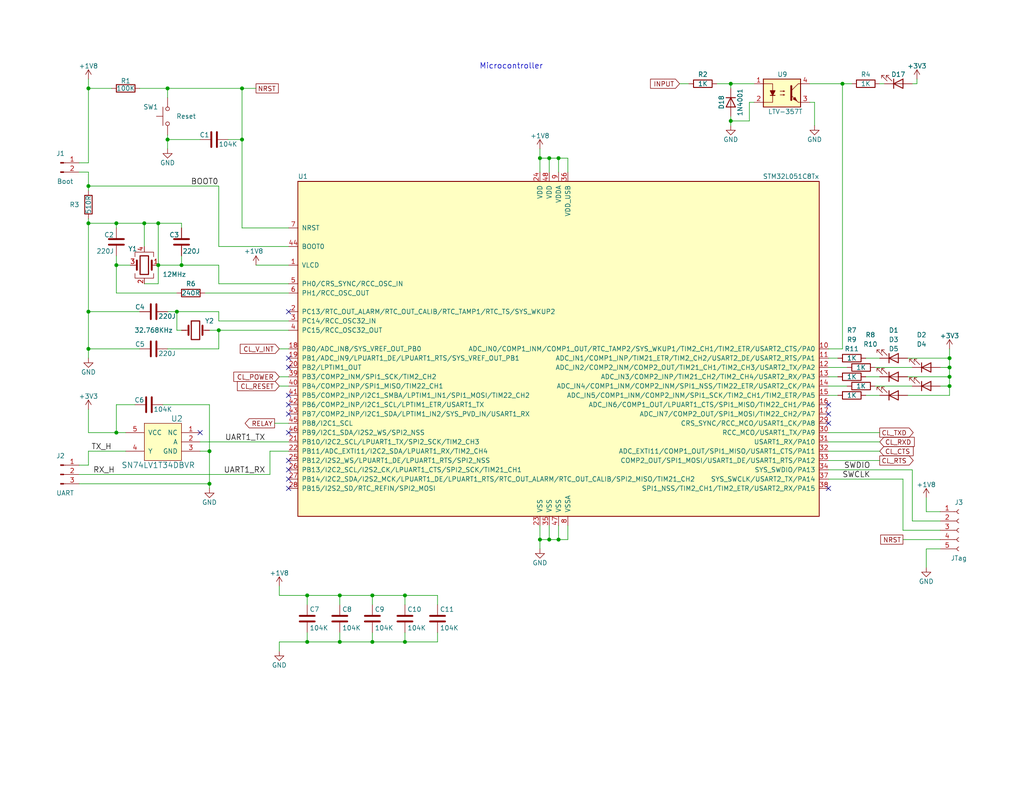
<source format=kicad_sch>
(kicad_sch (version 20211123) (generator eeschema)
  (paper "USLetter")
  (title_block (title "EISScube v.3.0 LTE") (date "2018-03-15") (rev "1.0") (company "IPKeys Technologies, LLC") (comment 1 "Yuriy Kozhynov (ykozhynov@ipkeys.com)"))
  (lib_symbols
    (symbol "Device:C" (pin_numbers hide) (pin_names (offset 0.254))
      (property "Reference" "C" (at 0.635 2.54 0))
      (property "Value" "C" (at 0.635 -2.54 0))
      (symbol "C_0_1"
        (polyline (pts (xy -2.032 -0.762) (xy 2.032 -0.762)) (stroke (width 0.508)))
        (polyline (pts (xy -2.032 0.762) (xy 2.032 0.762)) (stroke (width 0.508)))
      )
      (symbol "C_1_1"
        (pin passive line (at 0 3.81 270) (length 2.794) (name "~") (number "1"))
        (pin passive line (at 0 -3.81 90) (length 2.794) (name "~") (number "2"))
      )
    )
    (symbol "Device:Crystal" (pin_numbers hide) (pin_names (offset 1.016) hide)
      (property "Reference" "Y" (at 0 3.81 0))
      (property "Value" "Crystal" (at 0 -3.81 0))
      (symbol "Crystal_0_1"
        (rectangle (start -1.143 2.54) (end 1.143 -2.54) (stroke (width 0.3048)))
        (polyline (pts (xy -2.54 0) (xy -1.905 0)))
        (polyline (pts (xy -1.905 -1.27) (xy -1.905 1.27)) (stroke (width 0.508)))
        (polyline (pts (xy 1.905 -1.27) (xy 1.905 1.27)) (stroke (width 0.508)))
        (polyline (pts (xy 2.54 0) (xy 1.905 0)))
      )
      (symbol "Crystal_1_1"
        (pin passive line (at -3.81 0 0) (length 1.27) (name "1") (number "1"))
        (pin passive line (at 3.81 0 180) (length 1.27) (name "2") (number "2"))
      )
    )
    (symbol "Device:Crystal_GND24" (pin_names (offset 1.016) hide)
      (property "Reference" "Y" (at 3.175 5.08 0))
      (property "Value" "Crystal_GND24" (at 3.175 3.175 0))
      (symbol "Crystal_GND24_0_1"
        (rectangle (start -1.143 2.54) (end 1.143 -2.54) (stroke (width 0.3048)))
        (polyline (pts (xy -2.54 0) (xy -2.032 0)))
        (polyline (pts (xy -2.032 -1.27) (xy -2.032 1.27)) (stroke (width 0.508)))
        (polyline (pts (xy 0 -3.81) (xy 0 -3.556)))
        (polyline (pts (xy 0 3.556) (xy 0 3.81)))
        (polyline (pts (xy 2.032 -1.27) (xy 2.032 1.27)) (stroke (width 0.508)))
        (polyline (pts (xy 2.032 0) (xy 2.54 0)))
        (polyline (pts (xy -2.54 -2.286) (xy -2.54 -3.556) (xy 2.54 -3.556) (xy 2.54 -2.286)))
        (polyline (pts (xy -2.54 2.286) (xy -2.54 3.556) (xy 2.54 3.556) (xy 2.54 2.286)))
      )
      (symbol "Crystal_GND24_1_1"
        (pin passive line (at -3.81 0 0) (length 1.27) (name "1") (number "1"))
        (pin passive line (at 0 5.08 270) (length 1.27) (name "2") (number "2"))
        (pin passive line (at 3.81 0 180) (length 1.27) (name "3") (number "3"))
        (pin passive line (at 0 -5.08 90) (length 1.27) (name "4") (number "4"))
      )
    )
    (symbol "Device:LED" (pin_numbers hide) (pin_names (offset 1.016) hide)
      (property "Reference" "D" (at 0 2.54 0))
      (property "Value" "LED" (at 0 -2.54 0))
      (symbol "LED_0_1"
        (polyline (pts (xy -1.27 -1.27) (xy -1.27 1.27)) (stroke (width 0.254)))
        (polyline (pts (xy -1.27 0) (xy 1.27 0)))
        (polyline (pts (xy 1.27 -1.27) (xy 1.27 1.27) (xy -1.27 0) (xy 1.27 -1.27)) (stroke (width 0.254)))
        (polyline (pts (xy -3.048 -0.762) (xy -4.572 -2.286) (xy -3.81 -2.286) (xy -4.572 -2.286) (xy -4.572 -1.524)))
        (polyline (pts (xy -1.778 -0.762) (xy -3.302 -2.286) (xy -2.54 -2.286) (xy -3.302 -2.286) (xy -3.302 -1.524)))
      )
      (symbol "LED_1_1"
        (pin passive line (at -3.81 0 0) (length 2.54) (name "K") (number "1"))
        (pin passive line (at 3.81 0 180) (length 2.54) (name "A") (number "2"))
      )
    )
    (symbol "Device:R" (pin_numbers hide) (pin_names (offset 0))
      (property "Reference" "R" (at 2.032 0 90))
      (property "Value" "R" (at 0 0 90))
      (symbol "R_0_1"
        (rectangle (start -1.016 -2.54) (end 1.016 2.54) (stroke (width 0.254)))
      )
      (symbol "R_1_1"
        (pin passive line (at 0 3.81 270) (length 1.27) (name "~") (number "1"))
        (pin passive line (at 0 -3.81 90) (length 1.27) (name "~") (number "2"))
      )
    )
    (symbol "Diode:1N4001" (pin_numbers hide) (pin_names (offset 1.016) hide)
      (property "Reference" "D" (at 0 2.54 0))
      (property "Value" "1N4001" (at 0 -2.54 0))
      (symbol "1N4001_0_1"
        (polyline (pts (xy -1.27 1.27) (xy -1.27 -1.27)) (stroke (width 0.254)))
        (polyline (pts (xy 1.27 0) (xy -1.27 0)))
        (polyline (pts (xy 1.27 1.27) (xy 1.27 -1.27) (xy -1.27 0) (xy 1.27 1.27)) (stroke (width 0.254)))
      )
      (symbol "1N4001_1_1"
        (pin passive line (at -3.81 0 0) (length 2.54) (name "K") (number "1"))
        (pin passive line (at 3.81 0 180) (length 2.54) (name "A") (number "2"))
      )
    )
    (symbol "EISScube-v3.0-LTE-rescue:+3.3V-power" (power) (pin_names (offset 0))
      (property "Value" "+3.3V-power" (at 0 3.556 0))
      (symbol "+3.3V-power_0_1"
        (polyline (pts (xy -0.762 1.27) (xy 0 2.54)))
        (polyline (pts (xy 0 0) (xy 0 2.54)))
        (polyline (pts (xy 0 2.54) (xy 0.762 1.27)))
      )
      (symbol "+3.3V-power_1_1"
        (pin power_in line (at 0 0 90) (length 0) hide (name "+3V3") (number "1"))
      )
    )
    (symbol "EISScube-v3.0-LTE-rescue:Conn_01x02_Male-conn" (pin_names (offset 1.016) hide)
      (property "Reference" "J" (at 0 2.54 0))
      (property "Value" "EISScube-v3.0-LTE-rescue_Conn_01x02_Male-conn" (at 0 -5.08 0))
      (symbol "Conn_01x02_Male-conn_1_1"
        (polyline (pts (xy 1.27 -2.54) (xy 0.8636 -2.54)) (stroke (width 0.1524)))
        (polyline (pts (xy 1.27 0) (xy 0.8636 0)) (stroke (width 0.1524)))
        (rectangle (start 0.8636 -2.413) (end 0 -2.667) (stroke (width 0.1524)) (fill (type outline)))
        (rectangle (start 0.8636 0.127) (end 0 -0.127) (stroke (width 0.1524)) (fill (type outline)))
        (pin passive line (at 5.08 0 180) (length 3.81) (name "Pin_1") (number "1"))
        (pin passive line (at 5.08 -2.54 180) (length 3.81) (name "Pin_2") (number "2"))
      )
    )
    (symbol "EISScube-v3.0-LTE-rescue:Conn_01x03_Male-conn" (pin_names (offset 1.016) hide)
      (property "Reference" "J" (at 0 5.08 0))
      (property "Value" "EISScube-v3.0-LTE-rescue_Conn_01x03_Male-conn" (at 0 -5.08 0))
      (symbol "Conn_01x03_Male-conn_1_1"
        (polyline (pts (xy 1.27 -2.54) (xy 0.8636 -2.54)) (stroke (width 0.1524)))
        (polyline (pts (xy 1.27 0) (xy 0.8636 0)) (stroke (width 0.1524)))
        (polyline (pts (xy 1.27 2.54) (xy 0.8636 2.54)) (stroke (width 0.1524)))
        (rectangle (start 0.8636 -2.413) (end 0 -2.667) (stroke (width 0.1524)) (fill (type outline)))
        (rectangle (start 0.8636 0.127) (end 0 -0.127) (stroke (width 0.1524)) (fill (type outline)))
        (rectangle (start 0.8636 2.667) (end 0 2.413) (stroke (width 0.1524)) (fill (type outline)))
        (pin passive line (at 5.08 2.54 180) (length 3.81) (name "Pin_1") (number "1"))
        (pin passive line (at 5.08 0 180) (length 3.81) (name "Pin_2") (number "2"))
        (pin passive line (at 5.08 -2.54 180) (length 3.81) (name "Pin_3") (number "3"))
      )
    )
    (symbol "EISScube-v3.0-LTE-rescue:Conn_01x05_Female-conn" (pin_names (offset 1.016) hide)
      (property "Reference" "J" (at 0 7.62 0))
      (property "Value" "EISScube-v3.0-LTE-rescue_Conn_01x05_Female-conn" (at 0 -7.62 0))
      (symbol "Conn_01x05_Female-conn_1_1"
        (arc (start 0 -4.572) (mid -0.508 -5.08) (end 0 -5.588) (stroke (width 0.1524)))
        (arc (start 0 -2.032) (mid -0.508 -2.54) (end 0 -3.048) (stroke (width 0.1524)))
        (polyline (pts (xy -1.27 -5.08) (xy -0.508 -5.08)) (stroke (width 0.1524)))
        (polyline (pts (xy -1.27 -2.54) (xy -0.508 -2.54)) (stroke (width 0.1524)))
        (polyline (pts (xy -1.27 0) (xy -0.508 0)) (stroke (width 0.1524)))
        (polyline (pts (xy -1.27 2.54) (xy -0.508 2.54)) (stroke (width 0.1524)))
        (polyline (pts (xy -1.27 5.08) (xy -0.508 5.08)) (stroke (width 0.1524)))
        (arc (start 0 0.508) (mid -0.508 0) (end 0 -0.508) (stroke (width 0.1524)))
        (arc (start 0 3.048) (mid -0.508 2.54) (end 0 2.032) (stroke (width 0.1524)))
        (arc (start 0 5.588) (mid -0.508 5.08) (end 0 4.572) (stroke (width 0.1524)))
        (pin passive line (at -5.08 5.08 0) (length 3.81) (name "Pin_1") (number "1"))
        (pin passive line (at -5.08 2.54 0) (length 3.81) (name "Pin_2") (number "2"))
        (pin passive line (at -5.08 0 0) (length 3.81) (name "Pin_3") (number "3"))
        (pin passive line (at -5.08 -2.54 0) (length 3.81) (name "Pin_4") (number "4"))
        (pin passive line (at -5.08 -5.08 0) (length 3.81) (name "Pin_5") (number "5"))
      )
    )
    (symbol "EISScube-v3.0-LTE-rescue:LTV-357T-opto" (pin_names (offset 1.016))
      (property "Reference" "U" (at -5.334 4.826 0))
      (property "Value" "EISScube-v3.0-LTE-rescue_LTV-357T-opto" (at 0 5.08 0))
      (symbol "LTV-357T-opto_0_1"
        (rectangle (start -5.08 3.81) (end 5.08 -3.81) (stroke (width 0.254)) (fill (type background)))
        (polyline (pts (xy -3.175 -0.635) (xy -1.905 -0.635)) (stroke (width 0.254)))
        (polyline (pts (xy 2.54 0.635) (xy 4.445 2.54)))
        (polyline (pts (xy 4.445 -2.54) (xy 2.54 -0.635)) (fill (type outline)))
        (polyline (pts (xy 4.445 -2.54) (xy 5.08 -2.54)))
        (polyline (pts (xy 4.445 2.54) (xy 5.08 2.54)))
        (polyline (pts (xy -5.08 2.54) (xy -2.54 2.54) (xy -2.54 0.635)))
        (polyline (pts (xy -2.54 -0.635) (xy -2.54 -2.54) (xy -5.08 -2.54)))
        (polyline (pts (xy 2.54 1.905) (xy 2.54 -1.905) (xy 2.54 -1.905)) (stroke (width 0.508)))
        (polyline (pts (xy -2.54 -0.635) (xy -3.175 0.635) (xy -1.905 0.635) (xy -2.54 -0.635)) (stroke (width 0.254)) (fill (type outline)))
        (polyline (pts (xy -0.508 -0.508) (xy 0.762 -0.508) (xy 0.381 -0.635) (xy 0.381 -0.381) (xy 0.762 -0.508)))
        (polyline (pts (xy -0.508 0.508) (xy 0.762 0.508) (xy 0.381 0.381) (xy 0.381 0.635) (xy 0.762 0.508)))
        (polyline (pts (xy 3.048 -1.651) (xy 3.556 -1.143) (xy 4.064 -2.159) (xy 3.048 -1.651) (xy 3.048 -1.651)) (fill (type outline)))
      )
      (symbol "LTV-357T-opto_1_1"
        (pin passive line (at -7.62 2.54 0) (length 2.54) (name "~") (number "1"))
        (pin passive line (at -7.62 -2.54 0) (length 2.54) (name "~") (number "2"))
        (pin passive line (at 7.62 -2.54 180) (length 2.54) (name "~") (number "3"))
        (pin passive line (at 7.62 2.54 180) (length 2.54) (name "~") (number "4"))
      )
    )
    (symbol "EISScube-v3.0-LTE-rescue:STM32L051C8Tx-MCU_ST_STM32" (pin_names (offset 1.016))
      (property "Reference" "U" (at -71.12 46.355 0))
      (property "Value" "EISScube-v3.0-LTE-rescue_STM32L051C8Tx-MCU_ST_STM32" (at 71.12 46.355 0))
      (symbol "STM32L051C8Tx-MCU_ST_STM32_0_1"
        (rectangle (start -71.12 -45.72) (end 71.12 45.72) (stroke (width 0.254)) (fill (type background)))
      )
      (symbol "STM32L051C8Tx-MCU_ST_STM32_1_1"
        (pin power_in line (at -73.66 22.86 0) (length 2.54) (name "VLCD") (number "1"))
        (pin bidirectional line (at 73.66 0 180) (length 2.54) (name "ADC_IN0/COMP1_INM/COMP1_OUT/RTC_TAMP2/SYS_WKUP1/TIM2_CH1/TIM2_ETR/USART2_CTS/PA0") (number "10"))
        (pin bidirectional line (at 73.66 -2.54 180) (length 2.54) (name "ADC_IN1/COMP1_INP/TIM21_ETR/TIM2_CH2/USART2_DE/USART2_RTS/PA1") (number "11"))
        (pin bidirectional line (at 73.66 -5.08 180) (length 2.54) (name "ADC_IN2/COMP2_INM/COMP2_OUT/TIM21_CH1/TIM2_CH3/USART2_TX/PA2") (number "12"))
        (pin bidirectional line (at 73.66 -7.62 180) (length 2.54) (name "ADC_IN3/COMP2_INP/TIM21_CH2/TIM2_CH4/USART2_RX/PA3") (number "13"))
        (pin bidirectional line (at 73.66 -10.16 180) (length 2.54) (name "ADC_IN4/COMP1_INM/COMP2_INM/SPI1_NSS/TIM22_ETR/USART2_CK/PA4") (number "14"))
        (pin bidirectional line (at 73.66 -12.7 180) (length 2.54) (name "ADC_IN5/COMP1_INM/COMP2_INM/SPI1_SCK/TIM2_CH1/TIM2_ETR/PA5") (number "15"))
        (pin bidirectional line (at 73.66 -15.24 180) (length 2.54) (name "ADC_IN6/COMP1_OUT/LPUART1_CTS/SPI1_MISO/TIM22_CH1/PA6") (number "16"))
        (pin bidirectional line (at 73.66 -17.78 180) (length 2.54) (name "ADC_IN7/COMP2_OUT/SPI1_MOSI/TIM22_CH2/PA7") (number "17"))
        (pin bidirectional line (at -73.66 0 0) (length 2.54) (name "PB0/ADC_IN8/SYS_VREF_OUT_PB0") (number "18"))
        (pin bidirectional line (at -73.66 -2.54 0) (length 2.54) (name "PB1/ADC_IN9/LPUART1_DE/LPUART1_RTS/SYS_VREF_OUT_PB1") (number "19"))
        (pin bidirectional line (at -73.66 10.16 0) (length 2.54) (name "PC13/RTC_OUT_ALARM/RTC_OUT_CALIB/RTC_TAMP1/RTC_TS/SYS_WKUP2") (number "2"))
        (pin bidirectional line (at -73.66 -5.08 0) (length 2.54) (name "PB2/LPTIM1_OUT") (number "20"))
        (pin bidirectional line (at -73.66 -25.4 0) (length 2.54) (name "PB10/I2C2_SCL/LPUART1_TX/SPI2_SCK/TIM2_CH3") (number "21"))
        (pin bidirectional line (at -73.66 -27.94 0) (length 2.54) (name "PB11/ADC_EXTI11/I2C2_SDA/LPUART1_RX/TIM2_CH4") (number "22"))
        (pin power_in line (at -5.08 -48.26 90) (length 2.54) (name "VSS") (number "23"))
        (pin power_in line (at -5.08 48.26 270) (length 2.54) (name "VDD") (number "24"))
        (pin bidirectional line (at -73.66 -30.48 0) (length 2.54) (name "PB12/I2S2_WS/LPUART1_DE/LPUART1_RTS/SPI2_NSS") (number "25"))
        (pin bidirectional line (at -73.66 -33.02 0) (length 2.54) (name "PB13/I2C2_SCL/I2S2_CK/LPUART1_CTS/SPI2_SCK/TIM21_CH1") (number "26"))
        (pin bidirectional line (at -73.66 -35.56 0) (length 2.54) (name "PB14/I2C2_SDA/I2S2_MCK/LPUART1_DE/LPUART1_RTS/RTC_OUT_ALARM/RTC_OUT_CALIB/SPI2_MISO/TIM21_CH2") (number "27"))
        (pin bidirectional line (at -73.66 -38.1 0) (length 2.54) (name "PB15/I2S2_SD/RTC_REFIN/SPI2_MOSI") (number "28"))
        (pin bidirectional line (at 73.66 -20.32 180) (length 2.54) (name "CRS_SYNC/RCC_MCO/USART1_CK/PA8") (number "29"))
        (pin bidirectional line (at -73.66 7.62 0) (length 2.54) (name "PC14/RCC_OSC32_IN") (number "3"))
        (pin bidirectional line (at 73.66 -22.86 180) (length 2.54) (name "RCC_MCO/USART1_TX/PA9") (number "30"))
        (pin bidirectional line (at 73.66 -25.4 180) (length 2.54) (name "USART1_RX/PA10") (number "31"))
        (pin bidirectional line (at 73.66 -27.94 180) (length 2.54) (name "ADC_EXTI11/COMP1_OUT/SPI1_MISO/USART1_CTS/PA11") (number "32"))
        (pin bidirectional line (at 73.66 -30.48 180) (length 2.54) (name "COMP2_OUT/SPI1_MOSI/USART1_DE/USART1_RTS/PA12") (number "33"))
        (pin bidirectional line (at 73.66 -33.02 180) (length 2.54) (name "SYS_SWDIO/PA13") (number "34"))
        (pin power_in line (at -2.54 -48.26 90) (length 2.54) (name "VSS") (number "35"))
        (pin power_in line (at 2.54 48.26 270) (length 2.54) (name "VDD_USB") (number "36"))
        (pin bidirectional line (at 73.66 -35.56 180) (length 2.54) (name "SYS_SWCLK/USART2_TX/PA14") (number "37"))
        (pin bidirectional line (at 73.66 -38.1 180) (length 2.54) (name "SPI1_NSS/TIM2_CH1/TIM2_ETR/USART2_RX/PA15") (number "38"))
        (pin bidirectional line (at -73.66 -7.62 0) (length 2.54) (name "PB3/COMP2_INM/SPI1_SCK/TIM2_CH2") (number "39"))
        (pin bidirectional line (at -73.66 5.08 0) (length 2.54) (name "PC15/RCC_OSC32_OUT") (number "4"))
        (pin bidirectional line (at -73.66 -10.16 0) (length 2.54) (name "PB4/COMP2_INP/SPI1_MISO/TIM22_CH1") (number "40"))
        (pin bidirectional line (at -73.66 -12.7 0) (length 2.54) (name "PB5/COMP2_INP/I2C1_SMBA/LPTIM1_IN1/SPI1_MOSI/TIM22_CH2") (number "41"))
        (pin bidirectional line (at -73.66 -15.24 0) (length 2.54) (name "PB6/COMP2_INP/I2C1_SCL/LPTIM1_ETR/USART1_TX") (number "42"))
        (pin bidirectional line (at -73.66 -17.78 0) (length 2.54) (name "PB7/COMP2_INP/I2C1_SDA/LPTIM1_IN2/SYS_PVD_IN/USART1_RX") (number "43"))
        (pin input line (at -73.66 27.94 0) (length 2.54) (name "BOOT0") (number "44"))
        (pin bidirectional line (at -73.66 -20.32 0) (length 2.54) (name "PB8/I2C1_SCL") (number "45"))
        (pin bidirectional line (at -73.66 -22.86 0) (length 2.54) (name "PB9/I2C1_SDA/I2S2_WS/SPI2_NSS") (number "46"))
        (pin power_in line (at 0 -48.26 90) (length 2.54) (name "VSS") (number "47"))
        (pin power_in line (at -2.54 48.26 270) (length 2.54) (name "VDD") (number "48"))
        (pin input line (at -73.66 17.78 0) (length 2.54) (name "PH0/CRS_SYNC/RCC_OSC_IN") (number "5"))
        (pin input line (at -73.66 15.24 0) (length 2.54) (name "PH1/RCC_OSC_OUT") (number "6"))
        (pin input line (at -73.66 33.02 0) (length 2.54) (name "NRST") (number "7"))
        (pin power_in line (at 2.54 -48.26 90) (length 2.54) (name "VSSA") (number "8"))
        (pin power_in line (at 0 48.26 270) (length 2.54) (name "VDDA") (number "9"))
      )
    )
    (symbol "EISScube_LTE:SN74LV1T34DBVR" (pin_names (offset 1.016))
      (property "Reference" "U" (at -3.81 6.35 0))
      (property "Value" "SN74LV1T34DBVR" (at 1.27 -6.35 0))
      (symbol "SN74LV1T34DBVR_0_1"
        (rectangle (start -5.08 5.08) (end 5.08 -5.08) (fill (type background)))
      )
      (symbol "SN74LV1T34DBVR_1_1"
        (pin input line (at -10.16 2.54 0) (length 5.08) (name "NC") (number "1"))
        (pin input line (at -10.16 0 0) (length 5.08) (name "A") (number "2"))
        (pin input line (at -10.16 -2.54 0) (length 5.08) (name "GND") (number "3"))
        (pin input line (at 10.16 -2.54 180) (length 5.08) (name "Y") (number "4"))
        (pin input line (at 10.16 2.54 180) (length 5.08) (name "VCC") (number "5"))
      )
    )
    (symbol "Switch:SW_Push" (pin_numbers hide) (pin_names (offset 1.016) hide)
      (property "Reference" "SW" (at 1.27 2.54 0))
      (property "Value" "SW_Push" (at 0 -1.524 0))
      (symbol "SW_Push_0_1"
        (circle (center -2.032 0) (radius 0.508))
        (polyline (pts (xy 0 1.27) (xy 0 3.048)))
        (polyline (pts (xy 2.54 1.27) (xy -2.54 1.27)))
        (circle (center 2.032 0) (radius 0.508))
        (pin passive line (at -5.08 0 0) (length 2.54) (name "1") (number "1"))
        (pin passive line (at 5.08 0 180) (length 2.54) (name "2") (number "2"))
      )
    )
    (symbol "power:+1V8" (power) (pin_names (offset 0))
      (property "Value" "+1V8" (at 0 3.556 0))
      (symbol "+1V8_0_1"
        (polyline (pts (xy -0.762 1.27) (xy 0 2.54)))
        (polyline (pts (xy 0 0) (xy 0 2.54)))
        (polyline (pts (xy 0 2.54) (xy 0.762 1.27)))
      )
      (symbol "+1V8_1_1"
        (pin power_in line (at 0 0 90) (length 0) hide (name "+1V8") (number "1"))
      )
    )
    (symbol "power:GND" (power) (pin_names (offset 0))
      (property "Value" "GND" (at 0 -3.81 0))
      (symbol "GND_0_1"
        (polyline (pts (xy 0 0) (xy 0 -1.27) (xy 1.27 -1.27) (xy 0 -2.54) (xy -1.27 -1.27) (xy 0 -1.27)))
      )
      (symbol "GND_1_1"
        (pin power_in line (at 0 0 270) (length 0) hide (name "GND") (number "1"))
      )
    )
  )
  (junction (at 199.39 33.02))
  (junction (at 24.13 50.8))
  (junction (at 49.53 72.39))
  (junction (at 43.18 72.39))
  (junction (at 39.37 60.96))
  (junction (at 24.13 95.25))
  (junction (at 101.6 175.26))
  (junction (at 259.08 105.41))
  (junction (at 45.72 38.1))
  (junction (at 57.15 123.19))
  (junction (at 199.39 22.86))
  (junction (at 110.49 175.26))
  (junction (at 259.08 100.33))
  (junction (at 48.26 85.09))
  (junction (at 24.13 24.13))
  (junction (at 31.75 118.11))
  (junction (at 83.82 175.26))
  (junction (at 147.32 43.18))
  (junction (at 66.04 24.13))
  (junction (at 31.75 60.96))
  (junction (at 43.18 60.96))
  (junction (at 59.69 90.17))
  (junction (at 147.32 147.32))
  (junction (at 101.6 162.56))
  (junction (at 152.4 147.32))
  (junction (at 92.71 162.56))
  (junction (at 149.86 43.18))
  (junction (at 92.71 175.26))
  (junction (at 31.75 72.39))
  (junction (at 57.15 132.08))
  (junction (at 149.86 147.32))
  (junction (at 110.49 162.56))
  (junction (at 259.08 97.79))
  (junction (at 259.08 102.87))
  (junction (at 24.13 85.09))
  (junction (at 45.72 24.13))
  (junction (at 83.82 162.56))
  (junction (at 66.04 38.1))
  (junction (at 24.13 60.96))
  (junction (at 229.87 22.86))
  (junction (at 152.4 43.18))
  (no_connect (at 78.74 100.33))
  (no_connect (at 78.74 133.35))
  (no_connect (at 78.74 125.73))
  (no_connect (at 78.74 128.27))
  (no_connect (at 78.74 85.09))
  (no_connect (at 226.06 110.49))
  (no_connect (at 226.06 133.35))
  (no_connect (at 78.74 110.49))
  (no_connect (at 78.74 107.95))
  (no_connect (at 54.61 118.11))
  (no_connect (at 78.74 118.11))
  (no_connect (at 226.06 115.57))
  (no_connect (at 226.06 113.03))
  (no_connect (at 78.74 130.81))
  (no_connect (at 78.74 97.79))
  (no_connect (at 78.74 113.03))
  (wire (pts (xy 43.18 77.47) (xy 43.18 72.39)))
  (wire (pts (xy 24.13 95.25) (xy 38.1 95.25)))
  (wire (pts (xy 236.22 107.95) (xy 240.03 107.95)))
  (wire (pts (xy 149.86 43.18) (xy 152.4 43.18)))
  (wire (pts (xy 204.47 33.02) (xy 199.39 33.02)))
  (wire (pts (xy 248.92 142.24) (xy 248.92 128.27)))
  (wire (pts (xy 44.45 110.49) (xy 57.15 110.49)))
  (wire (pts (xy 59.69 67.31) (xy 59.69 50.8)))
  (wire (pts (xy 24.13 24.13) (xy 30.48 24.13)))
  (wire (pts (xy 35.56 72.39) (xy 31.75 72.39)))
  (wire (pts (xy 199.39 33.02) (xy 199.39 34.29)))
  (wire (pts (xy 57.15 132.08) (xy 57.15 133.35)))
  (wire (pts (xy 152.4 143.51) (xy 152.4 147.32)))
  (wire (pts (xy 248.92 22.86) (xy 250.19 22.86)))
  (wire (pts (xy 119.38 162.56) (xy 119.38 165.1)))
  (wire (pts (xy 21.59 127) (xy 24.13 127)))
  (wire (pts (xy 259.08 100.33) (xy 256.54 100.33)))
  (wire (pts (xy 78.74 105.41) (xy 76.2 105.41)))
  (wire (pts (xy 147.32 143.51) (xy 147.32 147.32)))
  (wire (pts (xy 110.49 162.56) (xy 110.49 165.1)))
  (wire (pts (xy 59.69 90.17) (xy 78.74 90.17)))
  (wire (pts (xy 229.87 22.86) (xy 232.41 22.86)))
  (wire (pts (xy 24.13 60.96) (xy 31.75 60.96)))
  (wire (pts (xy 24.13 50.8) (xy 59.69 50.8)))
  (wire (pts (xy 259.08 107.95) (xy 247.65 107.95)))
  (wire (pts (xy 226.06 107.95) (xy 228.6 107.95)))
  (wire (pts (xy 57.15 110.49) (xy 57.15 123.19)))
  (wire (pts (xy 92.71 175.26) (xy 101.6 175.26)))
  (wire (pts (xy 59.69 77.47) (xy 59.69 72.39)))
  (wire (pts (xy 226.06 118.11) (xy 240.03 118.11)))
  (wire (pts (xy 256.54 139.7) (xy 252.73 139.7)))
  (wire (pts (xy 45.72 95.25) (xy 59.69 95.25)))
  (wire (pts (xy 149.86 143.51) (xy 149.86 147.32)))
  (wire (pts (xy 199.39 24.13) (xy 199.39 22.86)))
  (wire (pts (xy 36.83 110.49) (xy 31.75 110.49)))
  (wire (pts (xy 83.82 165.1) (xy 83.82 162.56)))
  (wire (pts (xy 199.39 31.75) (xy 199.39 33.02)))
  (wire (pts (xy 101.6 175.26) (xy 110.49 175.26)))
  (wire (pts (xy 226.06 125.73) (xy 240.03 125.73)))
  (wire (pts (xy 226.06 123.19) (xy 240.03 123.19)))
  (wire (pts (xy 149.86 46.99) (xy 149.86 43.18)))
  (wire (pts (xy 24.13 21.59) (xy 24.13 24.13)))
  (wire (pts (xy 83.82 175.26) (xy 92.71 175.26)))
  (wire (pts (xy 49.53 69.85) (xy 49.53 72.39)))
  (wire (pts (xy 252.73 149.86) (xy 252.73 154.94)))
  (wire (pts (xy 43.18 60.96) (xy 49.53 60.96)))
  (wire (pts (xy 48.26 85.09) (xy 59.69 85.09)))
  (wire (pts (xy 110.49 162.56) (xy 119.38 162.56)))
  (wire (pts (xy 222.25 27.94) (xy 222.25 34.29)))
  (wire (pts (xy 45.72 36.83) (xy 45.72 38.1)))
  (wire (pts (xy 24.13 118.11) (xy 31.75 118.11)))
  (wire (pts (xy 49.53 60.96) (xy 49.53 62.23)))
  (wire (pts (xy 92.71 172.72) (xy 92.71 175.26)))
  (wire (pts (xy 59.69 95.25) (xy 59.69 90.17)))
  (wire (pts (xy 259.08 102.87) (xy 259.08 105.41)))
  (wire (pts (xy 39.37 60.96) (xy 43.18 60.96)))
  (wire (pts (xy 31.75 110.49) (xy 31.75 118.11)))
  (wire (pts (xy 147.32 147.32) (xy 147.32 149.86)))
  (wire (pts (xy 24.13 44.45) (xy 21.59 44.45)))
  (wire (pts (xy 76.2 160.02) (xy 76.2 162.56)))
  (wire (pts (xy 24.13 60.96) (xy 24.13 85.09)))
  (wire (pts (xy 238.76 105.41) (xy 248.92 105.41)))
  (wire (pts (xy 24.13 127) (xy 24.13 123.19)))
  (wire (pts (xy 229.87 22.86) (xy 229.87 95.25)))
  (wire (pts (xy 256.54 142.24) (xy 248.92 142.24)))
  (wire (pts (xy 101.6 162.56) (xy 110.49 162.56)))
  (wire (pts (xy 21.59 129.54) (xy 73.66 129.54)))
  (wire (pts (xy 31.75 60.96) (xy 39.37 60.96)))
  (wire (pts (xy 66.04 24.13) (xy 69.85 24.13)))
  (wire (pts (xy 101.6 172.72) (xy 101.6 175.26)))
  (wire (pts (xy 43.18 72.39) (xy 49.53 72.39)))
  (wire (pts (xy 24.13 123.19) (xy 34.29 123.19)))
  (wire (pts (xy 55.88 80.01) (xy 78.74 80.01)))
  (wire (pts (xy 195.58 22.86) (xy 199.39 22.86)))
  (wire (pts (xy 149.86 147.32) (xy 152.4 147.32)))
  (wire (pts (xy 59.69 87.63) (xy 78.74 87.63)))
  (wire (pts (xy 45.72 38.1) (xy 45.72 40.64)))
  (wire (pts (xy 229.87 95.25) (xy 226.06 95.25)))
  (wire (pts (xy 24.13 95.25) (xy 24.13 97.79)))
  (wire (pts (xy 259.08 97.79) (xy 259.08 100.33)))
  (wire (pts (xy 147.32 43.18) (xy 149.86 43.18)))
  (wire (pts (xy 226.06 100.33) (xy 231.14 100.33)))
  (wire (pts (xy 73.66 129.54) (xy 73.66 123.19)))
  (wire (pts (xy 78.74 102.87) (xy 76.2 102.87)))
  (wire (pts (xy 31.75 60.96) (xy 31.75 62.23)))
  (wire (pts (xy 226.06 130.81) (xy 246.38 130.81)))
  (wire (pts (xy 147.32 43.18) (xy 147.32 46.99)))
  (wire (pts (xy 49.53 72.39) (xy 59.69 72.39)))
  (wire (pts (xy 236.22 97.79) (xy 240.03 97.79)))
  (wire (pts (xy 24.13 85.09) (xy 38.1 85.09)))
  (wire (pts (xy 66.04 38.1) (xy 66.04 62.23)))
  (wire (pts (xy 24.13 85.09) (xy 24.13 95.25)))
  (wire (pts (xy 256.54 149.86) (xy 252.73 149.86)))
  (wire (pts (xy 220.98 27.94) (xy 222.25 27.94)))
  (wire (pts (xy 110.49 172.72) (xy 110.49 175.26)))
  (wire (pts (xy 73.66 123.19) (xy 78.74 123.19)))
  (wire (pts (xy 49.53 90.17) (xy 48.26 90.17)))
  (wire (pts (xy 78.74 67.31) (xy 59.69 67.31)))
  (wire (pts (xy 62.23 38.1) (xy 66.04 38.1)))
  (wire (pts (xy 24.13 59.69) (xy 24.13 60.96)))
  (wire (pts (xy 92.71 162.56) (xy 92.71 165.1)))
  (wire (pts (xy 54.61 123.19) (xy 57.15 123.19)))
  (wire (pts (xy 43.18 72.39) (xy 43.18 60.96)))
  (wire (pts (xy 39.37 77.47) (xy 43.18 77.47)))
  (wire (pts (xy 259.08 105.41) (xy 259.08 107.95)))
  (wire (pts (xy 24.13 46.99) (xy 24.13 50.8)))
  (wire (pts (xy 246.38 144.78) (xy 256.54 144.78)))
  (wire (pts (xy 226.06 105.41) (xy 231.14 105.41)))
  (wire (pts (xy 38.1 24.13) (xy 45.72 24.13)))
  (wire (pts (xy 48.26 90.17) (xy 48.26 85.09)))
  (wire (pts (xy 78.74 95.25) (xy 76.2 95.25)))
  (wire (pts (xy 205.74 27.94) (xy 204.47 27.94)))
  (wire (pts (xy 54.61 120.65) (xy 78.74 120.65)))
  (wire (pts (xy 45.72 24.13) (xy 66.04 24.13)))
  (wire (pts (xy 24.13 24.13) (xy 24.13 44.45)))
  (wire (pts (xy 154.94 147.32) (xy 154.94 143.51)))
  (wire (pts (xy 220.98 22.86) (xy 229.87 22.86)))
  (wire (pts (xy 226.06 97.79) (xy 228.6 97.79)))
  (wire (pts (xy 152.4 46.99) (xy 152.4 43.18)))
  (wire (pts (xy 154.94 43.18) (xy 154.94 46.99)))
  (wire (pts (xy 78.74 77.47) (xy 59.69 77.47)))
  (wire (pts (xy 259.08 100.33) (xy 259.08 102.87)))
  (wire (pts (xy 66.04 24.13) (xy 66.04 38.1)))
  (wire (pts (xy 240.03 22.86) (xy 241.3 22.86)))
  (wire (pts (xy 110.49 175.26) (xy 119.38 175.26)))
  (wire (pts (xy 147.32 147.32) (xy 149.86 147.32)))
  (wire (pts (xy 152.4 43.18) (xy 154.94 43.18)))
  (wire (pts (xy 57.15 132.08) (xy 21.59 132.08)))
  (wire (pts (xy 54.61 38.1) (xy 45.72 38.1)))
  (wire (pts (xy 152.4 147.32) (xy 154.94 147.32)))
  (wire (pts (xy 92.71 162.56) (xy 101.6 162.56)))
  (wire (pts (xy 226.06 120.65) (xy 240.03 120.65)))
  (wire (pts (xy 256.54 147.32) (xy 246.38 147.32)))
  (wire (pts (xy 252.73 139.7) (xy 252.73 135.89)))
  (wire (pts (xy 24.13 50.8) (xy 24.13 52.07)))
  (wire (pts (xy 31.75 72.39) (xy 31.75 80.01)))
  (wire (pts (xy 76.2 177.8) (xy 76.2 175.26)))
  (wire (pts (xy 45.72 24.13) (xy 45.72 26.67)))
  (wire (pts (xy 31.75 69.85) (xy 31.75 72.39)))
  (wire (pts (xy 76.2 162.56) (xy 83.82 162.56)))
  (wire (pts (xy 83.82 172.72) (xy 83.82 175.26)))
  (wire (pts (xy 57.15 123.19) (xy 57.15 132.08)))
  (wire (pts (xy 39.37 67.31) (xy 39.37 60.96)))
  (wire (pts (xy 101.6 162.56) (xy 101.6 165.1)))
  (wire (pts (xy 204.47 27.94) (xy 204.47 33.02)))
  (wire (pts (xy 199.39 22.86) (xy 205.74 22.86)))
  (wire (pts (xy 45.72 85.09) (xy 48.26 85.09)))
  (wire (pts (xy 78.74 115.57) (xy 74.93 115.57)))
  (wire (pts (xy 76.2 175.26) (xy 83.82 175.26)))
  (wire (pts (xy 83.82 162.56) (xy 92.71 162.56)))
  (wire (pts (xy 31.75 118.11) (xy 34.29 118.11)))
  (wire (pts (xy 246.38 130.81) (xy 246.38 144.78)))
  (wire (pts (xy 259.08 105.41) (xy 256.54 105.41)))
  (wire (pts (xy 259.08 102.87) (xy 247.65 102.87)))
  (wire (pts (xy 248.92 128.27) (xy 226.06 128.27)))
  (wire (pts (xy 57.15 90.17) (xy 59.69 90.17)))
  (wire (pts (xy 238.76 100.33) (xy 248.92 100.33)))
  (wire (pts (xy 147.32 40.64) (xy 147.32 43.18)))
  (wire (pts (xy 247.65 97.79) (xy 259.08 97.79)))
  (wire (pts (xy 24.13 111.76) (xy 24.13 118.11)))
  (wire (pts (xy 259.08 95.25) (xy 259.08 97.79)))
  (wire (pts (xy 187.96 22.86) (xy 185.42 22.86)))
  (wire (pts (xy 31.75 80.01) (xy 48.26 80.01)))
  (wire (pts (xy 119.38 175.26) (xy 119.38 172.72)))
  (wire (pts (xy 59.69 85.09) (xy 59.69 87.63)))
  (wire (pts (xy 66.04 62.23) (xy 78.74 62.23)))
  (wire (pts (xy 69.85 72.39) (xy 78.74 72.39)))
  (wire (pts (xy 21.59 46.99) (xy 24.13 46.99)))
  (wire (pts (xy 250.19 22.86) (xy 250.19 21.59)))
  (wire (pts (xy 236.22 102.87) (xy 240.03 102.87)))
  (wire (pts (xy 226.06 102.87) (xy 228.6 102.87)))
  (text "Microcontroller" (at 130.81 19.05 0) (effects (font (size 1.524 1.524)) (justify left bottom)))
  (label "UART1_RX" (at 72.39 129.54 180) (effects (font (size 1.524 1.524))))
  (label "BOOT0" (at 52.07 50.8 0) (effects (font (size 1.524 1.524))))
  (label "SWCLK" (at 237.49 130.81 180) (effects (font (size 1.524 1.524))))
  (label "RX_H" (at 25.4 129.54 0) (effects (font (size 1.524 1.524))))
  (label "TX_H" (at 30.48 123.19 180) (effects (font (size 1.524 1.524))))
  (label "UART1_TX" (at 72.39 120.65 180) (effects (font (size 1.524 1.524))))
  (label "SWDIO" (at 237.49 128.27 180) (effects (font (size 1.524 1.524))))
  (global_label "CL_RESET" (shape input) (at 76.2 105.41 180) (property "Intersheet References" "${INTERSHEET_REFS}" (effects hide)))
  (global_label "CL_RXD" (shape input) (at 240.03 120.65 0) (property "Intersheet References" "${INTERSHEET_REFS}" (effects hide)))
  (global_label "CL_RTS" (shape output) (at 240.03 125.73 0) (property "Intersheet References" "${INTERSHEET_REFS}" (effects hide)))
  (global_label "CL_CTS" (shape input) (at 240.03 123.19 0) (property "Intersheet References" "${INTERSHEET_REFS}" (effects hide)))
  (global_label "CL_POWER" (shape input) (at 76.2 102.87 180) (effects (font (size 1.2954 1.2954))) (property "Intersheet References" "${INTERSHEET_REFS}" (effects hide)))
  (global_label "INPUT" (shape input) (at 185.42 22.86 180) (property "Intersheet References" "${INTERSHEET_REFS}" (effects hide)))
  (global_label "CL_V_INT" (shape input) (at 76.2 95.25 180) (property "Intersheet References" "${INTERSHEET_REFS}" (effects hide)))
  (global_label "RELAY" (shape output) (at 74.93 115.57 180) (property "Intersheet References" "${INTERSHEET_REFS}" (effects hide)))
  (global_label "CL_TXD" (shape output) (at 240.03 118.11 0) (property "Intersheet References" "${INTERSHEET_REFS}" (effects hide)))
  (global_label "NRST" (shape passive) (at 69.85 24.13 0) (property "Intersheet References" "${INTERSHEET_REFS}" (effects hide)))
  (global_label "NRST" (shape passive) (at 246.38 147.32 180) (property "Intersheet References" "${INTERSHEET_REFS}" (effects hide)))
  (symbol (lib_id "EISScube-v3.0-LTE-rescue:STM32L051C8Tx-MCU_ST_STM32") (at 152.4 95.25 0) (unit 1)
    (property "Reference" "U1" (at 81.28 48.895 0) (effects (justify left bottom)))
    (property "Value" "STM32L051C8Tx" (at 223.52 48.895 0) (effects (justify right bottom)))
    (property "Footprint" "Housings_QFP:LQFP-48_7x7mm_Pitch0.5mm" (effects hide))
  )
  (symbol (lib_id "Device:Crystal") (at 53.34 90.17 0) (unit 1)
    (property "Reference" "Y2" (at 57.15 87.63 0))
    (property "Value" "32.768KHz" (at 41.91 90.17 0))
    (property "Footprint" "Crystals:Crystal_SMD_3215-2pin_3.2x1.5mm" (effects hide))
    (property "Spec" "S3215C-032768-12-20-CA" (effects hide))
  )
  (symbol (lib_id "Device:C") (at 41.91 85.09 270) (unit 1)
    (property "Reference" "C4" (at 36.83 83.82 90) (effects (justify left)))
    (property "Value" "220J" (at 43.18 86.36 90) (effects (justify left)))
    (property "Footprint" "Capacitors_SMD:C_0603" (effects hide))
  )
  (symbol (lib_id "Device:C") (at 41.91 95.25 270) (unit 1)
    (property "Reference" "C5" (at 36.83 93.98 90) (effects (justify left)))
    (property "Value" "220J" (at 43.18 96.52 90) (effects (justify left)))
    (property "Footprint" "Capacitors_SMD:C_0603" (effects hide))
  )
  (symbol (lib_id "power:GND") (at 24.13 97.79 0) (unit 1)
    (property "Reference" "#PWR01" (effects hide))
    (property "Value" "GND" (at 24.13 101.6 0))
  )
  (symbol (lib_id "Device:Crystal_GND24") (at 39.37 72.39 180) (unit 1)
    (property "Reference" "Y1" (at 37.465 67.945 0) (effects (justify left)))
    (property "Value" "12MHz" (at 50.8 74.93 0) (effects (justify left)))
    (property "Footprint" "Crystals:Crystal_SMD_3225-4pin_3.2x2.5mm" (effects hide))
  )
  (symbol (lib_id "Device:R") (at 52.07 80.01 270) (unit 1)
    (property "Reference" "R6" (at 52.07 77.47 90))
    (property "Value" "240R" (at 52.07 80.01 90))
    (property "Footprint" "Resistors_SMD:R_0603" (effects hide))
  )
  (symbol (lib_id "Device:C") (at 31.75 66.04 180) (unit 1)
    (property "Reference" "C2" (at 31.115 64.135 0) (effects (justify left)))
    (property "Value" "220J" (at 31.115 68.58 0) (effects (justify left)))
    (property "Footprint" "Capacitors_SMD:C_0603" (effects hide))
  )
  (symbol (lib_id "Device:C") (at 49.53 66.04 180) (unit 1)
    (property "Reference" "C3" (at 48.895 64.135 0) (effects (justify left)))
    (property "Value" "220J" (at 54.61 68.58 0) (effects (justify left)))
    (property "Footprint" "Capacitors_SMD:C_0603" (effects hide))
  )
  (symbol (lib_id "Device:C") (at 58.42 38.1 90) (unit 1)
    (property "Reference" "C1" (at 57.15 36.83 90) (effects (justify left)))
    (property "Value" "104K" (at 64.77 39.37 90) (effects (justify left)))
    (property "Footprint" "Capacitors_SMD:C_0603" (effects hide))
  )
  (symbol (lib_id "Device:R") (at 34.29 24.13 90) (unit 1)
    (property "Reference" "R1" (at 34.29 22.098 90))
    (property "Value" "100K" (at 34.29 24.13 90))
    (property "Footprint" "Resistors_SMD:R_0603" (effects hide))
  )
  (symbol (lib_id "power:+1V8") (at 24.13 21.59 0) (unit 1)
    (property "Reference" "#PWR02" (effects hide))
    (property "Value" "+1V8" (at 24.13 18.034 0))
  )
  (symbol (lib_id "power:GND") (at 147.32 149.86 0) (unit 1)
    (property "Reference" "#PWR03" (effects hide))
    (property "Value" "GND" (at 147.32 153.67 0))
  )
  (symbol (lib_id "Device:R") (at 24.13 55.88 0) (unit 1)
    (property "Reference" "R3" (at 20.32 55.88 0))
    (property "Value" "510R" (at 24.13 55.88 90))
    (property "Footprint" "Resistors_SMD:R_0603" (effects hide))
  )
  (symbol (lib_id "EISScube-v3.0-LTE-rescue:Conn_01x02_Male-conn") (at 16.51 44.45 0) (unit 1)
    (property "Reference" "J1" (at 16.51 41.91 0))
    (property "Value" "Boot" (at 17.78 49.53 0))
    (property "Footprint" "Pin_Headers:Pin_Header_Straight_1x02_Pitch2.54mm" (effects hide))
  )
  (symbol (lib_id "power:GND") (at 45.72 40.64 0) (unit 1)
    (property "Reference" "#PWR04" (effects hide))
    (property "Value" "GND" (at 45.72 44.45 0))
  )
  (symbol (lib_id "power:+1V8") (at 147.32 40.64 0) (unit 1)
    (property "Reference" "#PWR05" (effects hide))
    (property "Value" "+1V8" (at 147.32 37.084 0))
  )
  (symbol (lib_id "power:+1V8") (at 69.85 72.39 0) (unit 1)
    (property "Reference" "#PWR06" (effects hide))
    (property "Value" "+1V8" (at 69.215 68.58 0))
  )
  (symbol (lib_id "power:+1V8") (at 252.73 135.89 0) (mirror y) (unit 1)
    (property "Reference" "#PWR07" (effects hide))
    (property "Value" "+1V8" (at 252.73 132.334 0))
  )
  (symbol (lib_id "power:GND") (at 252.73 154.94 0) (mirror y) (unit 1)
    (property "Reference" "#PWR08" (effects hide))
    (property "Value" "GND" (at 252.73 158.75 0))
  )
  (symbol (lib_id "Device:C") (at 83.82 168.91 0) (unit 1)
    (property "Reference" "C7" (at 84.455 166.37 0) (effects (justify left)))
    (property "Value" "104K" (at 84.455 171.45 0) (effects (justify left)))
    (property "Footprint" "Capacitors_SMD:C_0603" (effects hide))
  )
  (symbol (lib_id "Device:C") (at 92.71 168.91 0) (unit 1)
    (property "Reference" "C8" (at 93.345 166.37 0) (effects (justify left)))
    (property "Value" "104K" (at 93.345 171.45 0) (effects (justify left)))
    (property "Footprint" "Capacitors_SMD:C_0603" (effects hide))
  )
  (symbol (lib_id "Device:C") (at 101.6 168.91 0) (unit 1)
    (property "Reference" "C9" (at 102.235 166.37 0) (effects (justify left)))
    (property "Value" "104K" (at 102.235 171.45 0) (effects (justify left)))
    (property "Footprint" "Capacitors_SMD:C_0603" (effects hide))
  )
  (symbol (lib_id "Device:C") (at 110.49 168.91 0) (unit 1)
    (property "Reference" "C10" (at 111.125 166.37 0) (effects (justify left)))
    (property "Value" "104K" (at 111.125 171.45 0) (effects (justify left)))
    (property "Footprint" "Capacitors_SMD:C_0603" (effects hide))
  )
  (symbol (lib_id "Device:C") (at 119.38 168.91 0) (unit 1)
    (property "Reference" "C11" (at 120.015 166.37 0) (effects (justify left)))
    (property "Value" "104K" (at 120.015 171.45 0) (effects (justify left)))
    (property "Footprint" "Capacitors_SMD:C_0603" (effects hide))
  )
  (symbol (lib_id "power:+1V8") (at 76.2 160.02 0) (unit 1)
    (property "Reference" "#PWR09" (effects hide))
    (property "Value" "+1V8" (at 76.2 156.464 0))
  )
  (symbol (lib_id "power:GND") (at 76.2 177.8 0) (unit 1)
    (property "Reference" "#PWR010" (effects hide))
    (property "Value" "GND" (at 76.2 181.61 0))
  )
  (symbol (lib_id "EISScube_LTE:SN74LV1T34DBVR") (at 44.45 120.65 0) (mirror y) (unit 1)
    (property "Reference" "U2" (at 48.26 114.3 0) (effects (font (size 1.524 1.524))))
    (property "Value" "SN74LV1T34DBVR" (at 43.18 127 0) (effects (font (size 1.524 1.524))))
    (property "Footprint" "TO_SOT_Packages_SMD:SOT-23-5" (effects hide))
  )
  (symbol (lib_id "EISScube-v3.0-LTE-rescue:Conn_01x03_Male-conn") (at 16.51 129.54 0) (unit 1)
    (property "Reference" "J2" (at 16.51 124.46 0))
    (property "Value" "UART" (at 17.78 134.62 0))
    (property "Footprint" "Pin_Headers:Pin_Header_Straight_1x03_Pitch2.54mm" (effects hide))
  )
  (symbol (lib_id "Device:C") (at 40.64 110.49 90) (unit 1)
    (property "Reference" "C6" (at 39.37 109.22 90) (effects (justify left)))
    (property "Value" "104K" (at 46.99 111.76 90) (effects (justify left)))
    (property "Footprint" "Capacitors_SMD:C_0603" (effects hide))
  )
  (symbol (lib_id "EISScube-v3.0-LTE-rescue:+3.3V-power") (at 24.13 111.76 0) (unit 1)
    (property "Reference" "#PWR011" (effects hide))
    (property "Value" "+3.3V" (at 24.13 108.204 0))
  )
  (symbol (lib_id "power:GND") (at 57.15 133.35 0) (unit 1)
    (property "Reference" "#PWR012" (effects hide))
    (property "Value" "GND" (at 57.15 137.16 0))
  )
  (symbol (lib_id "EISScube-v3.0-LTE-rescue:Conn_01x05_Female-conn") (at 261.62 144.78 0) (unit 1)
    (property "Reference" "J3" (at 261.62 137.16 0))
    (property "Value" "JTag" (at 261.62 152.4 0))
    (property "Footprint" "Socket_Strips:Socket_Strip_Straight_1x05_Pitch2.54mm" (effects hide))
  )
  (symbol (lib_id "Device:R") (at 232.41 97.79 270) (unit 1)
    (property "Reference" "R7" (at 232.41 90.17 90))
    (property "Value" "1K" (at 232.41 97.79 90))
    (property "Footprint" "Resistors_SMD:R_0603" (effects hide))
  )
  (symbol (lib_id "Device:R") (at 234.95 100.33 270) (unit 1)
    (property "Reference" "R8" (at 237.49 91.44 90))
    (property "Value" "1K" (at 234.95 100.33 90))
    (property "Footprint" "Resistors_SMD:R_0603" (effects hide))
  )
  (symbol (lib_id "Device:R") (at 232.41 102.87 270) (unit 1)
    (property "Reference" "R9" (at 232.41 92.71 90))
    (property "Value" "1K" (at 232.41 102.87 90))
    (property "Footprint" "Resistors_SMD:R_0603" (effects hide))
  )
  (symbol (lib_id "Device:R") (at 234.95 105.41 270) (unit 1)
    (property "Reference" "R10" (at 237.49 93.98 90))
    (property "Value" "1K" (at 234.95 105.41 90))
    (property "Footprint" "Resistors_SMD:R_0603" (effects hide))
  )
  (symbol (lib_id "Device:R") (at 232.41 107.95 270) (unit 1)
    (property "Reference" "R11" (at 232.41 95.25 90))
    (property "Value" "1K" (at 232.41 107.95 90))
    (property "Footprint" "Resistors_SMD:R_0603" (effects hide))
  )
  (symbol (lib_id "Device:LED") (at 243.84 97.79 0) (mirror x) (unit 1)
    (property "Reference" "D1" (at 243.84 90.17 0))
    (property "Value" "blue" (effects hide))
    (property "Footprint" "LEDs:LED_0603" (effects hide))
  )
  (symbol (lib_id "Device:LED") (at 252.73 100.33 0) (mirror x) (unit 1)
    (property "Reference" "D2" (at 251.46 91.44 0))
    (property "Value" "blue" (effects hide))
    (property "Footprint" "LEDs:LED_0603" (effects hide))
  )
  (symbol (lib_id "Device:LED") (at 243.84 102.87 0) (mirror x) (unit 1)
    (property "Reference" "D3" (at 243.84 92.71 0))
    (property "Value" "blue" (effects hide))
    (property "Footprint" "LEDs:LED_0603" (effects hide))
  )
  (symbol (lib_id "Device:LED") (at 252.73 105.41 0) (mirror x) (unit 1)
    (property "Reference" "D4" (at 251.46 93.98 0))
    (property "Value" "blue" (effects hide))
    (property "Footprint" "LEDs:LED_0603" (effects hide))
  )
  (symbol (lib_id "Device:LED") (at 243.84 107.95 0) (mirror x) (unit 1)
    (property "Reference" "D5" (at 243.84 95.25 0))
    (property "Value" "blue" (effects hide))
    (property "Footprint" "LEDs:LED_0603" (effects hide))
  )
  (symbol (lib_id "EISScube-v3.0-LTE-rescue:+3.3V-power") (at 259.08 95.25 0) (unit 1)
    (property "Reference" "#PWR013" (effects hide))
    (property "Value" "+3.3V" (at 259.08 91.694 0))
  )
  (symbol (lib_id "Switch:SW_Push") (at 45.72 31.75 90) (unit 1)
    (property "Reference" "SW1" (at 43.18 29.21 90) (effects (justify left)))
    (property "Value" "Reset" (at 50.8 31.75 90))
    (property "Footprint" "Buttons_Switches_SMD:SW_SPST_PTS645" (effects hide))
  )
  (symbol (lib_id "EISScube-v3.0-LTE-rescue:LTV-357T-opto") (at 213.36 25.4 0) (unit 1)
    (property "Reference" "U9" (at 212.09 20.32 0) (effects (justify left)))
    (property "Value" "LTV-357T" (at 209.55 30.48 0) (effects (justify left)))
    (property "Footprint" "Housings_SOIC:SO-4_4.4x3.6mm_Pitch2.54mm" (effects hide))
  )
  (symbol (lib_id "power:GND") (at 222.25 34.29 0) (unit 1)
    (property "Reference" "#PWR014" (effects hide))
    (property "Value" "GND" (at 222.25 38.1 0))
  )
  (symbol (lib_id "Device:R") (at 236.22 22.86 90) (unit 1)
    (property "Reference" "R4" (at 236.22 20.32 90))
    (property "Value" "1K" (at 236.22 22.86 90))
    (property "Footprint" "Resistors_SMD:R_0603" (effects hide))
  )
  (symbol (lib_id "power:GND") (at 199.39 34.29 0) (unit 1)
    (property "Reference" "#PWR015" (effects hide))
    (property "Value" "GND" (at 199.39 38.1 0))
  )
  (symbol (lib_id "Device:LED") (at 245.11 22.86 0) (mirror x) (unit 1)
    (property "Reference" "D17" (at 245.11 20.32 0))
    (property "Value" "red" (effects hide))
    (property "Footprint" "LEDs:LED_0603" (effects hide))
  )
  (symbol (lib_id "EISScube-v3.0-LTE-rescue:+3.3V-power") (at 250.19 21.59 0) (unit 1)
    (property "Reference" "#PWR016" (effects hide))
    (property "Value" "+3.3V" (at 250.19 18.034 0))
  )
  (symbol (lib_id "Diode:1N4001") (at 199.39 27.94 270) (unit 1)
    (property "Reference" "D18" (at 196.85 27.94 0))
    (property "Value" "1N4001" (at 201.93 27.94 0))
    (property "Footprint" "Diodes_THT:D_DO-41_SOD81_P10.16mm_Horizontal" (effects hide))
  )
  (symbol (lib_id "Device:R") (at 191.77 22.86 90) (unit 1)
    (property "Reference" "R2" (at 191.77 20.32 90))
    (property "Value" "1K" (at 191.77 22.86 90))
    (property "Footprint" "Resistors_SMD:R_1206" (effects hide))
  )
)
</source>
